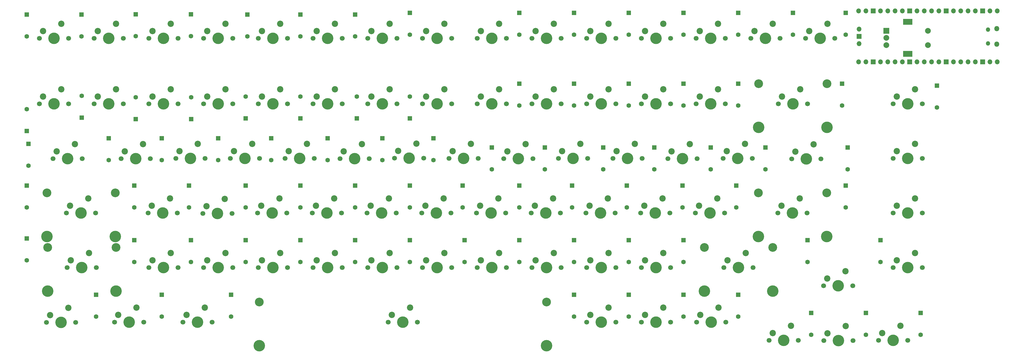
<source format=gbr>
%TF.GenerationSoftware,KiCad,Pcbnew,9.0.2*%
%TF.CreationDate,2025-07-29T21:02:51-05:00*%
%TF.ProjectId,realkeyboard,7265616c-6b65-4796-926f-6172642e6b69,rev?*%
%TF.SameCoordinates,Original*%
%TF.FileFunction,Soldermask,Top*%
%TF.FilePolarity,Negative*%
%FSLAX46Y46*%
G04 Gerber Fmt 4.6, Leading zero omitted, Abs format (unit mm)*
G04 Created by KiCad (PCBNEW 9.0.2) date 2025-07-29 21:02:51*
%MOMM*%
%LPD*%
G01*
G04 APERTURE LIST*
G04 Aperture macros list*
%AMRoundRect*
0 Rectangle with rounded corners*
0 $1 Rounding radius*
0 $2 $3 $4 $5 $6 $7 $8 $9 X,Y pos of 4 corners*
0 Add a 4 corners polygon primitive as box body*
4,1,4,$2,$3,$4,$5,$6,$7,$8,$9,$2,$3,0*
0 Add four circle primitives for the rounded corners*
1,1,$1+$1,$2,$3*
1,1,$1+$1,$4,$5*
1,1,$1+$1,$6,$7*
1,1,$1+$1,$8,$9*
0 Add four rect primitives between the rounded corners*
20,1,$1+$1,$2,$3,$4,$5,0*
20,1,$1+$1,$4,$5,$6,$7,0*
20,1,$1+$1,$6,$7,$8,$9,0*
20,1,$1+$1,$8,$9,$2,$3,0*%
G04 Aperture macros list end*
%ADD10C,1.700000*%
%ADD11C,4.000000*%
%ADD12C,2.200000*%
%ADD13C,3.050000*%
%ADD14R,2.000000X2.000000*%
%ADD15C,2.000000*%
%ADD16R,3.200000X2.000000*%
%ADD17RoundRect,0.250000X-0.550000X0.550000X-0.550000X-0.550000X0.550000X-0.550000X0.550000X0.550000X0*%
%ADD18C,1.600000*%
%ADD19RoundRect,0.250000X0.550000X-0.550000X0.550000X0.550000X-0.550000X0.550000X-0.550000X-0.550000X0*%
%ADD20O,1.800000X1.800000*%
%ADD21O,1.500000X1.500000*%
%ADD22O,1.700000X1.700000*%
%ADD23R,1.700000X1.700000*%
G04 APERTURE END LIST*
D10*
%TO.C,SW78*%
X242570000Y-143510000D03*
D11*
X247650000Y-143510000D03*
D10*
X252730000Y-143510000D03*
D12*
X250190000Y-138430000D03*
X243840000Y-140970000D03*
%TD*%
D10*
%TO.C,SW66*%
X185420000Y-124460000D03*
D11*
X190500000Y-124460000D03*
D10*
X195580000Y-124460000D03*
D12*
X193040000Y-119380000D03*
X186690000Y-121920000D03*
%TD*%
D10*
%TO.C,SW9*%
X185420000Y-44450000D03*
D11*
X190500000Y-44450000D03*
D10*
X195580000Y-44450000D03*
D12*
X193040000Y-39370000D03*
X186690000Y-41910000D03*
%TD*%
D10*
%TO.C,SW60*%
X71120000Y-124460000D03*
D11*
X76200000Y-124460000D03*
D10*
X81280000Y-124460000D03*
D12*
X78740000Y-119380000D03*
X72390000Y-121920000D03*
%TD*%
D10*
%TO.C,SW49*%
X128016000Y-105460800D03*
D11*
X133096000Y-105460800D03*
D10*
X138176000Y-105460800D03*
D12*
X135636000Y-100380800D03*
X129286000Y-102920800D03*
%TD*%
D13*
%TO.C,SW59*%
X35852000Y-117460000D03*
D11*
X35852000Y-132700000D03*
D10*
X42672000Y-124460000D03*
D11*
X47752000Y-124460000D03*
D10*
X52832000Y-124460000D03*
D13*
X59652000Y-117460000D03*
D11*
X59652000Y-132700000D03*
D12*
X50292000Y-119380000D03*
X43942000Y-121920000D03*
%TD*%
D10*
%TO.C,SW84*%
X37719000Y-86487000D03*
D11*
X42799000Y-86487000D03*
D10*
X47879000Y-86487000D03*
D12*
X45339000Y-81407000D03*
X38989000Y-83947000D03*
%TD*%
D10*
%TO.C,SW31*%
X61417200Y-86461600D03*
D11*
X66497200Y-86461600D03*
D10*
X71577200Y-86461600D03*
D12*
X69037200Y-81381600D03*
X62687200Y-83921600D03*
%TD*%
D10*
%TO.C,SW18*%
X71120000Y-67310000D03*
D11*
X76200000Y-67310000D03*
D10*
X81280000Y-67310000D03*
D12*
X78740000Y-62230000D03*
X72390000Y-64770000D03*
%TD*%
D10*
%TO.C,SW19*%
X90170000Y-67310000D03*
D11*
X95250000Y-67310000D03*
D10*
X100330000Y-67310000D03*
D12*
X97790000Y-62230000D03*
X91440000Y-64770000D03*
%TD*%
D10*
%TO.C,SW51*%
X166116000Y-105410000D03*
D11*
X171196000Y-105410000D03*
D10*
X176276000Y-105410000D03*
D12*
X173736000Y-100330000D03*
X167386000Y-102870000D03*
%TD*%
D10*
%TO.C,SW17*%
X52070000Y-67310000D03*
D11*
X57150000Y-67310000D03*
D10*
X62230000Y-67310000D03*
D12*
X59690000Y-62230000D03*
X53340000Y-64770000D03*
%TD*%
D10*
%TO.C,SW12*%
X242570000Y-44450000D03*
D11*
X247650000Y-44450000D03*
D10*
X252730000Y-44450000D03*
D12*
X250190000Y-39370000D03*
X243840000Y-41910000D03*
%TD*%
D10*
%TO.C,SW74*%
X59182000Y-143510000D03*
D11*
X64262000Y-143510000D03*
D10*
X69342000Y-143510000D03*
D12*
X66802000Y-138430000D03*
X60452000Y-140970000D03*
%TD*%
D10*
%TO.C,SW40*%
X232664000Y-86360000D03*
D11*
X237744000Y-86360000D03*
D10*
X242824000Y-86360000D03*
D12*
X240284000Y-81280000D03*
X233934000Y-83820000D03*
%TD*%
D10*
%TO.C,SW46*%
X70866000Y-105410000D03*
D11*
X75946000Y-105410000D03*
D10*
X81026000Y-105410000D03*
D12*
X78486000Y-100330000D03*
X72136000Y-102870000D03*
%TD*%
D10*
%TO.C,SW15*%
X299720000Y-44450000D03*
D11*
X304800000Y-44450000D03*
D10*
X309880000Y-44450000D03*
D12*
X307340000Y-39370000D03*
X300990000Y-41910000D03*
%TD*%
D10*
%TO.C,SW44*%
X330200000Y-86360000D03*
D11*
X335280000Y-86360000D03*
D10*
X340360000Y-86360000D03*
D12*
X337820000Y-81280000D03*
X331470000Y-83820000D03*
%TD*%
D10*
%TO.C,SW11*%
X223520000Y-44450000D03*
D11*
X228600000Y-44450000D03*
D10*
X233680000Y-44450000D03*
D12*
X231140000Y-39370000D03*
X224790000Y-41910000D03*
%TD*%
D10*
%TO.C,SW38*%
X194665600Y-86461600D03*
D11*
X199745600Y-86461600D03*
D10*
X204825600Y-86461600D03*
D12*
X202285600Y-81381600D03*
X195935600Y-83921600D03*
%TD*%
D10*
%TO.C,SW37*%
X175615600Y-86360000D03*
D11*
X180695600Y-86360000D03*
D10*
X185775600Y-86360000D03*
D12*
X183235600Y-81280000D03*
X176885600Y-83820000D03*
%TD*%
D10*
%TO.C,SW35*%
X137668000Y-86461600D03*
D11*
X142748000Y-86461600D03*
D10*
X147828000Y-86461600D03*
D12*
X145288000Y-81381600D03*
X138938000Y-83921600D03*
%TD*%
D10*
%TO.C,SW53*%
X204216000Y-105410000D03*
D11*
X209296000Y-105410000D03*
D10*
X214376000Y-105410000D03*
D12*
X211836000Y-100330000D03*
X205486000Y-102870000D03*
%TD*%
D10*
%TO.C,SW50*%
X147066000Y-105460800D03*
D11*
X152146000Y-105460800D03*
D10*
X157226000Y-105460800D03*
D12*
X154686000Y-100380800D03*
X148336000Y-102920800D03*
%TD*%
D10*
%TO.C,SW26*%
X223520000Y-67310000D03*
D11*
X228600000Y-67310000D03*
D10*
X233680000Y-67310000D03*
D12*
X231140000Y-62230000D03*
X224790000Y-64770000D03*
%TD*%
D10*
%TO.C,SW30*%
X330200000Y-67310000D03*
D11*
X335280000Y-67310000D03*
D10*
X340360000Y-67310000D03*
D12*
X337820000Y-62230000D03*
X331470000Y-64770000D03*
%TD*%
D13*
%TO.C,SW57*%
X283248000Y-98410000D03*
D11*
X283248000Y-113650000D03*
D10*
X290068000Y-105410000D03*
D11*
X295148000Y-105410000D03*
D10*
X300228000Y-105410000D03*
D13*
X307048000Y-98410000D03*
D11*
X307048000Y-113650000D03*
D12*
X297688000Y-100330000D03*
X291338000Y-102870000D03*
%TD*%
D10*
%TO.C,SW77*%
X223520000Y-143510000D03*
D11*
X228600000Y-143510000D03*
D10*
X233680000Y-143510000D03*
D12*
X231140000Y-138430000D03*
X224790000Y-140970000D03*
%TD*%
D10*
%TO.C,SW4*%
X90170000Y-44450000D03*
D11*
X95250000Y-44450000D03*
D10*
X100330000Y-44450000D03*
D12*
X97790000Y-39370000D03*
X91440000Y-41910000D03*
%TD*%
D10*
%TO.C,SW8*%
X166370000Y-44450000D03*
D11*
X171450000Y-44450000D03*
D10*
X176530000Y-44450000D03*
D12*
X173990000Y-39370000D03*
X167640000Y-41910000D03*
%TD*%
D10*
%TO.C,SW56*%
X261366000Y-105410000D03*
D11*
X266446000Y-105410000D03*
D10*
X271526000Y-105410000D03*
D12*
X268986000Y-100330000D03*
X262636000Y-102870000D03*
%TD*%
D10*
%TO.C,SW81*%
X306070000Y-149987000D03*
D11*
X311150000Y-149987000D03*
D10*
X316230000Y-149987000D03*
D12*
X313690000Y-144907000D03*
X307340000Y-147447000D03*
%TD*%
D10*
%TO.C,SW3*%
X71120000Y-44450000D03*
D11*
X76200000Y-44450000D03*
D10*
X81280000Y-44450000D03*
D12*
X78740000Y-39370000D03*
X72390000Y-41910000D03*
%TD*%
D10*
%TO.C,SW10*%
X204470000Y-44450000D03*
D11*
X209550000Y-44450000D03*
D10*
X214630000Y-44450000D03*
D12*
X212090000Y-39370000D03*
X205740000Y-41910000D03*
%TD*%
D13*
%TO.C,SW76*%
X109512000Y-136510000D03*
D11*
X109512000Y-151750000D03*
D10*
X154432000Y-143510000D03*
D11*
X159512000Y-143510000D03*
D10*
X164592000Y-143510000D03*
D13*
X209512000Y-136510000D03*
D11*
X209512000Y-151750000D03*
D12*
X162052000Y-138430000D03*
X155702000Y-140970000D03*
%TD*%
D10*
%TO.C,SW65*%
X166370000Y-124460000D03*
D11*
X171450000Y-124460000D03*
D10*
X176530000Y-124460000D03*
D12*
X173990000Y-119380000D03*
X167640000Y-121920000D03*
%TD*%
D10*
%TO.C,SW67*%
X204470000Y-124460000D03*
D11*
X209550000Y-124460000D03*
D10*
X214630000Y-124460000D03*
D12*
X212090000Y-119380000D03*
X205740000Y-121920000D03*
%TD*%
D10*
%TO.C,SW34*%
X118516400Y-86410800D03*
D11*
X123596400Y-86410800D03*
D10*
X128676400Y-86410800D03*
D12*
X126136400Y-81330800D03*
X119786400Y-83870800D03*
%TD*%
D10*
%TO.C,SW33*%
X99466400Y-86410800D03*
D11*
X104546400Y-86410800D03*
D10*
X109626400Y-86410800D03*
D12*
X107086400Y-81330800D03*
X100736400Y-83870800D03*
%TD*%
D10*
%TO.C,SW16*%
X33020000Y-67310000D03*
D11*
X38100000Y-67310000D03*
D10*
X43180000Y-67310000D03*
D12*
X40640000Y-62230000D03*
X34290000Y-64770000D03*
%TD*%
D10*
%TO.C,SW79*%
X261747000Y-143510000D03*
D11*
X266827000Y-143510000D03*
D10*
X271907000Y-143510000D03*
D12*
X269367000Y-138430000D03*
X263017000Y-140970000D03*
%TD*%
D10*
%TO.C,SW54*%
X223266000Y-105410000D03*
D11*
X228346000Y-105410000D03*
D10*
X233426000Y-105410000D03*
D12*
X230886000Y-100330000D03*
X224536000Y-102870000D03*
%TD*%
D13*
%TO.C,SW70*%
X264452000Y-117460000D03*
D11*
X264452000Y-132700000D03*
D10*
X271272000Y-124460000D03*
D11*
X276352000Y-124460000D03*
D10*
X281432000Y-124460000D03*
D13*
X288252000Y-117460000D03*
D11*
X288252000Y-132700000D03*
D12*
X278892000Y-119380000D03*
X272542000Y-121920000D03*
%TD*%
D10*
%TO.C,SW1*%
X33020000Y-44450000D03*
D11*
X38100000Y-44450000D03*
D10*
X43180000Y-44450000D03*
D12*
X40640000Y-39370000D03*
X34290000Y-41910000D03*
%TD*%
D10*
%TO.C,SW32*%
X80518000Y-86410800D03*
D11*
X85598000Y-86410800D03*
D10*
X90678000Y-86410800D03*
D12*
X88138000Y-81330800D03*
X81788000Y-83870800D03*
%TD*%
D10*
%TO.C,SW20*%
X109220000Y-67310000D03*
D11*
X114300000Y-67310000D03*
D10*
X119380000Y-67310000D03*
D12*
X116840000Y-62230000D03*
X110490000Y-64770000D03*
%TD*%
D10*
%TO.C,SW7*%
X147320000Y-44450000D03*
D11*
X152400000Y-44450000D03*
D10*
X157480000Y-44450000D03*
D12*
X154940000Y-39370000D03*
X148590000Y-41910000D03*
%TD*%
D10*
%TO.C,SW52*%
X185166000Y-105460800D03*
D11*
X190246000Y-105460800D03*
D10*
X195326000Y-105460800D03*
D12*
X192786000Y-100380800D03*
X186436000Y-102920800D03*
%TD*%
D10*
%TO.C,SW55*%
X242316000Y-105410000D03*
D11*
X247396000Y-105410000D03*
D10*
X252476000Y-105410000D03*
D12*
X249936000Y-100330000D03*
X243586000Y-102870000D03*
%TD*%
D10*
%TO.C,SW80*%
X287020000Y-149860000D03*
D11*
X292100000Y-149860000D03*
D10*
X297180000Y-149860000D03*
D12*
X294640000Y-144780000D03*
X288290000Y-147320000D03*
%TD*%
D10*
%TO.C,SW71*%
X305943000Y-130810000D03*
D11*
X311023000Y-130810000D03*
D10*
X316103000Y-130810000D03*
D12*
X313563000Y-125730000D03*
X307213000Y-128270000D03*
%TD*%
D10*
%TO.C,SW75*%
X82931000Y-143510000D03*
D11*
X88011000Y-143510000D03*
D10*
X93091000Y-143510000D03*
D12*
X90551000Y-138430000D03*
X84201000Y-140970000D03*
%TD*%
D10*
%TO.C,SW6*%
X128270000Y-44450000D03*
D11*
X133350000Y-44450000D03*
D10*
X138430000Y-44450000D03*
D12*
X135890000Y-39370000D03*
X129540000Y-41910000D03*
%TD*%
D10*
%TO.C,SW24*%
X185420000Y-67310000D03*
D11*
X190500000Y-67310000D03*
D10*
X195580000Y-67310000D03*
D12*
X193040000Y-62230000D03*
X186690000Y-64770000D03*
%TD*%
D10*
%TO.C,SW42*%
X270967200Y-86410800D03*
D11*
X276047200Y-86410800D03*
D10*
X281127200Y-86410800D03*
D12*
X278587200Y-81330800D03*
X272237200Y-83870800D03*
%TD*%
D10*
%TO.C,SW27*%
X242570000Y-67310000D03*
D11*
X247650000Y-67310000D03*
D10*
X252730000Y-67310000D03*
D12*
X250190000Y-62230000D03*
X243840000Y-64770000D03*
%TD*%
D10*
%TO.C,SW5*%
X109220000Y-44450000D03*
D11*
X114300000Y-44450000D03*
D10*
X119380000Y-44450000D03*
D12*
X116840000Y-39370000D03*
X110490000Y-41910000D03*
%TD*%
D10*
%TO.C,SW36*%
X156616400Y-86309200D03*
D11*
X161696400Y-86309200D03*
D10*
X166776400Y-86309200D03*
D12*
X164236400Y-81229200D03*
X157886400Y-83769200D03*
%TD*%
D10*
%TO.C,SW25*%
X204470000Y-67310000D03*
D11*
X209550000Y-67310000D03*
D10*
X214630000Y-67310000D03*
D12*
X212090000Y-62230000D03*
X205740000Y-64770000D03*
%TD*%
D10*
%TO.C,SW41*%
X251764800Y-86461600D03*
D11*
X256844800Y-86461600D03*
D10*
X261924800Y-86461600D03*
D12*
X259384800Y-81381600D03*
X253034800Y-83921600D03*
%TD*%
D10*
%TO.C,SW58*%
X330200000Y-105410000D03*
D11*
X335280000Y-105410000D03*
D10*
X340360000Y-105410000D03*
D12*
X337820000Y-100330000D03*
X331470000Y-102870000D03*
%TD*%
D10*
%TO.C,SW39*%
X213715600Y-86410800D03*
D11*
X218795600Y-86410800D03*
D10*
X223875600Y-86410800D03*
D12*
X221335600Y-81330800D03*
X214985600Y-83870800D03*
%TD*%
D10*
%TO.C,SW22*%
X147320000Y-67310000D03*
D11*
X152400000Y-67310000D03*
D10*
X157480000Y-67310000D03*
D12*
X154940000Y-62230000D03*
X148590000Y-64770000D03*
%TD*%
D10*
%TO.C,SW48*%
X108966000Y-105460800D03*
D11*
X114046000Y-105460800D03*
D10*
X119126000Y-105460800D03*
D12*
X116586000Y-100380800D03*
X110236000Y-102920800D03*
%TD*%
D10*
%TO.C,SW21*%
X128270000Y-67310000D03*
D11*
X133350000Y-67310000D03*
D10*
X138430000Y-67310000D03*
D12*
X135890000Y-62230000D03*
X129540000Y-64770000D03*
%TD*%
D10*
%TO.C,SW14*%
X280670000Y-44450000D03*
D11*
X285750000Y-44450000D03*
D10*
X290830000Y-44450000D03*
D12*
X288290000Y-39370000D03*
X281940000Y-41910000D03*
%TD*%
D10*
%TO.C,SW68*%
X223520000Y-124460000D03*
D11*
X228600000Y-124460000D03*
D10*
X233680000Y-124460000D03*
D12*
X231140000Y-119380000D03*
X224790000Y-121920000D03*
%TD*%
D14*
%TO.C,SW83*%
X327780000Y-41835000D03*
D15*
X327780000Y-46835000D03*
X327780000Y-44335000D03*
D16*
X335280000Y-38735000D03*
X335280000Y-49935000D03*
D15*
X342280000Y-46835000D03*
X342280000Y-41835000D03*
%TD*%
D10*
%TO.C,SW69*%
X242570000Y-124460000D03*
D11*
X247650000Y-124460000D03*
D10*
X252730000Y-124460000D03*
D12*
X250190000Y-119380000D03*
X243840000Y-121920000D03*
%TD*%
D10*
%TO.C,SW82*%
X325120000Y-149860000D03*
D11*
X330200000Y-149860000D03*
D10*
X335280000Y-149860000D03*
D12*
X332740000Y-144780000D03*
X326390000Y-147320000D03*
%TD*%
D10*
%TO.C,SW72*%
X330200000Y-124460000D03*
D11*
X335280000Y-124460000D03*
D10*
X340360000Y-124460000D03*
D12*
X337820000Y-119380000D03*
X331470000Y-121920000D03*
%TD*%
D10*
%TO.C,SW13*%
X261620000Y-44450000D03*
D11*
X266700000Y-44450000D03*
D10*
X271780000Y-44450000D03*
D12*
X269240000Y-39370000D03*
X262890000Y-41910000D03*
%TD*%
D13*
%TO.C,SW29*%
X283375000Y-60341500D03*
D11*
X283375000Y-75581500D03*
D10*
X290195000Y-67341500D03*
D11*
X295275000Y-67341500D03*
D10*
X300355000Y-67341500D03*
D13*
X307175000Y-60341500D03*
D11*
X307175000Y-75581500D03*
D12*
X297815000Y-62261500D03*
X291465000Y-64801500D03*
%TD*%
D13*
%TO.C,SW45*%
X35598000Y-98410000D03*
D11*
X35598000Y-113650000D03*
D10*
X42418000Y-105410000D03*
D11*
X47498000Y-105410000D03*
D10*
X52578000Y-105410000D03*
D13*
X59398000Y-98410000D03*
D11*
X59398000Y-113650000D03*
D12*
X50038000Y-100330000D03*
X43688000Y-102870000D03*
%TD*%
D10*
%TO.C,SW62*%
X109220000Y-124460000D03*
D11*
X114300000Y-124460000D03*
D10*
X119380000Y-124460000D03*
D12*
X116840000Y-119380000D03*
X110490000Y-121920000D03*
%TD*%
D10*
%TO.C,SW61*%
X90170000Y-124460000D03*
D11*
X95250000Y-124460000D03*
D10*
X100330000Y-124460000D03*
D12*
X97790000Y-119380000D03*
X91440000Y-121920000D03*
%TD*%
D10*
%TO.C,SW63*%
X128270000Y-124460000D03*
D11*
X133350000Y-124460000D03*
D10*
X138430000Y-124460000D03*
D12*
X135890000Y-119380000D03*
X129540000Y-121920000D03*
%TD*%
D10*
%TO.C,SW2*%
X52070000Y-44450000D03*
D11*
X57150000Y-44450000D03*
D10*
X62230000Y-44450000D03*
D12*
X59690000Y-39370000D03*
X53340000Y-41910000D03*
%TD*%
D10*
%TO.C,SW28*%
X261620000Y-67310000D03*
D11*
X266700000Y-67310000D03*
D10*
X271780000Y-67310000D03*
D12*
X269240000Y-62230000D03*
X262890000Y-64770000D03*
%TD*%
D10*
%TO.C,SW64*%
X147320000Y-124460000D03*
D11*
X152400000Y-124460000D03*
D10*
X157480000Y-124460000D03*
D12*
X154940000Y-119380000D03*
X148590000Y-121920000D03*
%TD*%
D10*
%TO.C,SW43*%
X294894000Y-86512400D03*
D11*
X299974000Y-86512400D03*
D10*
X305054000Y-86512400D03*
D12*
X302514000Y-81432400D03*
X296164000Y-83972400D03*
%TD*%
D10*
%TO.C,SW73*%
X35433000Y-143637000D03*
D11*
X40513000Y-143637000D03*
D10*
X45593000Y-143637000D03*
D12*
X43053000Y-138557000D03*
X36703000Y-141097000D03*
%TD*%
D10*
%TO.C,SW47*%
X89916000Y-105562400D03*
D11*
X94996000Y-105562400D03*
D10*
X100076000Y-105562400D03*
D12*
X97536000Y-100482400D03*
X91186000Y-103022400D03*
%TD*%
D10*
%TO.C,SW23*%
X166370000Y-67310000D03*
D11*
X171450000Y-67310000D03*
D10*
X176530000Y-67310000D03*
D12*
X173990000Y-62230000D03*
X167640000Y-64770000D03*
%TD*%
D17*
%TO.C,D61*%
X85725000Y-114935000D03*
D18*
X85725000Y-122555000D03*
%TD*%
D17*
%TO.C,D82*%
X339725000Y-140335000D03*
D18*
X339725000Y-147955000D03*
%TD*%
D17*
%TO.C,D3*%
X66548000Y-36068000D03*
D18*
X66548000Y-43688000D03*
%TD*%
D17*
%TO.C,D25*%
X219075000Y-60325000D03*
D18*
X219075000Y-67945000D03*
%TD*%
D17*
%TO.C,D14*%
X295275000Y-35560000D03*
D18*
X295275000Y-43180000D03*
%TD*%
D17*
%TO.C,D70*%
X257175000Y-114935000D03*
D18*
X257175000Y-122555000D03*
%TD*%
D19*
%TO.C,D17*%
X47752000Y-72136000D03*
D18*
X47752000Y-64516000D03*
%TD*%
D17*
%TO.C,D6*%
X123825000Y-36195000D03*
D18*
X123825000Y-43815000D03*
%TD*%
D17*
%TO.C,D31*%
X57150000Y-79375000D03*
D18*
X57150000Y-86995000D03*
%TD*%
D17*
%TO.C,D34*%
X113665000Y-79375000D03*
D18*
X113665000Y-86995000D03*
%TD*%
D17*
%TO.C,D68*%
X219075000Y-114935000D03*
D18*
X219075000Y-122555000D03*
%TD*%
D19*
%TO.C,D23*%
X161925000Y-72390000D03*
D18*
X161925000Y-64770000D03*
%TD*%
D17*
%TO.C,D41*%
X247015000Y-82550000D03*
D18*
X247015000Y-90170000D03*
%TD*%
D17*
%TO.C,D72*%
X325755000Y-114935000D03*
D18*
X325755000Y-122555000D03*
%TD*%
D17*
%TO.C,D28*%
X276225000Y-60325000D03*
D18*
X276225000Y-67945000D03*
%TD*%
D17*
%TO.C,D55*%
X237490000Y-95885000D03*
D18*
X237490000Y-103505000D03*
%TD*%
D17*
%TO.C,D54*%
X218440000Y-95885000D03*
D18*
X218440000Y-103505000D03*
%TD*%
D17*
%TO.C,D26*%
X238125000Y-60325000D03*
D18*
X238125000Y-67945000D03*
%TD*%
D17*
%TO.C,D49*%
X123825000Y-95885000D03*
D18*
X123825000Y-103505000D03*
%TD*%
D17*
%TO.C,D4*%
X85725000Y-36068000D03*
D18*
X85725000Y-43688000D03*
%TD*%
D17*
%TO.C,D42*%
X266700000Y-82550000D03*
D18*
X266700000Y-90170000D03*
%TD*%
D17*
%TO.C,D11*%
X238125000Y-35560000D03*
D18*
X238125000Y-43180000D03*
%TD*%
D17*
%TO.C,D30*%
X345440000Y-60960000D03*
D18*
X345440000Y-68580000D03*
%TD*%
D17*
%TO.C,D65*%
X161925000Y-114935000D03*
D18*
X161925000Y-122555000D03*
%TD*%
D19*
%TO.C,D22*%
X143510000Y-72390000D03*
D18*
X143510000Y-64770000D03*
%TD*%
D17*
%TO.C,D40*%
X229235000Y-82550000D03*
D18*
X229235000Y-90170000D03*
%TD*%
D17*
%TO.C,D69*%
X238125000Y-114935000D03*
D18*
X238125000Y-122555000D03*
%TD*%
D17*
%TO.C,D60*%
X66040000Y-114935000D03*
D18*
X66040000Y-122555000D03*
%TD*%
D17*
%TO.C,D10*%
X219075000Y-35560000D03*
D18*
X219075000Y-43180000D03*
%TD*%
D17*
%TO.C,D13*%
X276225000Y-35560000D03*
D18*
X276225000Y-43180000D03*
%TD*%
D17*
%TO.C,D64*%
X142875000Y-114935000D03*
D18*
X142875000Y-122555000D03*
%TD*%
D17*
%TO.C,D52*%
X180340000Y-95885000D03*
D18*
X180340000Y-103505000D03*
%TD*%
D17*
%TO.C,D77*%
X238125000Y-133985000D03*
D18*
X238125000Y-141605000D03*
%TD*%
D17*
%TO.C,D15*%
X313690000Y-35560000D03*
D18*
X313690000Y-43180000D03*
%TD*%
D17*
%TO.C,D53*%
X200025000Y-95885000D03*
D18*
X200025000Y-103505000D03*
%TD*%
D17*
%TO.C,D80*%
X301625000Y-140335000D03*
D18*
X301625000Y-147955000D03*
%TD*%
D17*
%TO.C,D9*%
X200025000Y-35560000D03*
D18*
X200025000Y-43180000D03*
%TD*%
D17*
%TO.C,D78*%
X257175000Y-133985000D03*
D18*
X257175000Y-141605000D03*
%TD*%
D17*
%TO.C,D59*%
X28575000Y-114300000D03*
D18*
X28575000Y-121920000D03*
%TD*%
D17*
%TO.C,D81*%
X320675000Y-140335000D03*
D18*
X320675000Y-147955000D03*
%TD*%
D17*
%TO.C,D33*%
X95250000Y-79375000D03*
D18*
X95250000Y-86995000D03*
%TD*%
D17*
%TO.C,D35*%
X133350000Y-79375000D03*
D18*
X133350000Y-86995000D03*
%TD*%
D17*
%TO.C,D2*%
X47625000Y-36195000D03*
D18*
X47625000Y-43815000D03*
%TD*%
D20*
%TO.C,A1*%
X366265000Y-46540000D03*
D21*
X363235000Y-46240000D03*
X363235000Y-41390000D03*
D20*
X366265000Y-41090000D03*
D22*
X366395000Y-52705000D03*
X363855000Y-52705000D03*
D23*
X361315000Y-52705000D03*
D22*
X358775000Y-52705000D03*
X356235000Y-52705000D03*
X353695000Y-52705000D03*
X351155000Y-52705000D03*
D23*
X348615000Y-52705000D03*
D22*
X346075000Y-52705000D03*
X343535000Y-52705000D03*
X340995000Y-52705000D03*
X338455000Y-52705000D03*
D23*
X335915000Y-52705000D03*
D22*
X333375000Y-52705000D03*
X330835000Y-52705000D03*
X328295000Y-52705000D03*
X325755000Y-52705000D03*
D23*
X323215000Y-52705000D03*
D22*
X320675000Y-52705000D03*
X318135000Y-52705000D03*
X318135000Y-34925000D03*
X320675000Y-34925000D03*
D23*
X323215000Y-34925000D03*
D22*
X325755000Y-34925000D03*
X328295000Y-34925000D03*
X330835000Y-34925000D03*
X333375000Y-34925000D03*
D23*
X335915000Y-34925000D03*
D22*
X338455000Y-34925000D03*
X340995000Y-34925000D03*
X343535000Y-34925000D03*
X346075000Y-34925000D03*
D23*
X348615000Y-34925000D03*
D22*
X351155000Y-34925000D03*
X353695000Y-34925000D03*
X356235000Y-34925000D03*
X358775000Y-34925000D03*
D23*
X361315000Y-34925000D03*
D22*
X363855000Y-34925000D03*
X366395000Y-34925000D03*
X318365000Y-46355000D03*
D23*
X318365000Y-43815000D03*
D22*
X318365000Y-41275000D03*
%TD*%
D17*
%TO.C,D66*%
X180975000Y-114935000D03*
D18*
X180975000Y-122555000D03*
%TD*%
D17*
%TO.C,D71*%
X300355000Y-114935000D03*
D18*
X300355000Y-122555000D03*
%TD*%
D17*
%TO.C,D57*%
X275590000Y-95885000D03*
D18*
X275590000Y-103505000D03*
%TD*%
D17*
%TO.C,D56*%
X256844800Y-95885000D03*
D18*
X256844800Y-103505000D03*
%TD*%
D17*
%TO.C,D46*%
X66040000Y-95885000D03*
D18*
X66040000Y-103505000D03*
%TD*%
D17*
%TO.C,D79*%
X276225000Y-133985000D03*
D18*
X276225000Y-141605000D03*
%TD*%
D17*
%TO.C,D32*%
X75565000Y-79375000D03*
D18*
X75565000Y-86995000D03*
%TD*%
D17*
%TO.C,D45*%
X28575000Y-95885000D03*
D18*
X28575000Y-103505000D03*
%TD*%
D17*
%TO.C,D39*%
X208915000Y-82550000D03*
D18*
X208915000Y-90170000D03*
%TD*%
D17*
%TO.C,D75*%
X99695000Y-133985000D03*
D18*
X99695000Y-141605000D03*
%TD*%
D17*
%TO.C,D5*%
X105410000Y-36195000D03*
D18*
X105410000Y-43815000D03*
%TD*%
D17*
%TO.C,D63*%
X123825000Y-114935000D03*
D18*
X123825000Y-122555000D03*
%TD*%
D17*
%TO.C,D48*%
X104775000Y-95885000D03*
D18*
X104775000Y-103505000D03*
%TD*%
D19*
%TO.C,D16*%
X28575000Y-76835000D03*
D18*
X28575000Y-69215000D03*
%TD*%
D17*
%TO.C,D43*%
X285750000Y-82550000D03*
D18*
X285750000Y-90170000D03*
%TD*%
D17*
%TO.C,D58*%
X313690000Y-95885000D03*
D18*
X313690000Y-103505000D03*
%TD*%
D17*
%TO.C,D51*%
X161925000Y-95885000D03*
D18*
X161925000Y-103505000D03*
%TD*%
D19*
%TO.C,D20*%
X104775000Y-72390000D03*
D18*
X104775000Y-64770000D03*
%TD*%
D17*
%TO.C,D1*%
X28575000Y-36195000D03*
D18*
X28575000Y-43815000D03*
%TD*%
D17*
%TO.C,D7*%
X142875000Y-36195000D03*
D18*
X142875000Y-43815000D03*
%TD*%
D17*
%TO.C,D8*%
X161925000Y-35560000D03*
D18*
X161925000Y-43180000D03*
%TD*%
D17*
%TO.C,D27*%
X257175000Y-60325000D03*
D18*
X257175000Y-67945000D03*
%TD*%
D17*
%TO.C,D29*%
X312420000Y-60325000D03*
D18*
X312420000Y-67945000D03*
%TD*%
D17*
%TO.C,D67*%
X200025000Y-114935000D03*
D18*
X200025000Y-122555000D03*
%TD*%
D17*
%TO.C,D76*%
X219075000Y-133985000D03*
D18*
X219075000Y-141605000D03*
%TD*%
D17*
%TO.C,D37*%
X170180000Y-79375000D03*
D18*
X170180000Y-86995000D03*
%TD*%
D17*
%TO.C,D38*%
X190500000Y-82550000D03*
D18*
X190500000Y-90170000D03*
%TD*%
D17*
%TO.C,D24*%
X200025000Y-60325000D03*
D18*
X200025000Y-67945000D03*
%TD*%
D19*
%TO.C,D19*%
X85852000Y-72644000D03*
D18*
X85852000Y-65024000D03*
%TD*%
D17*
%TO.C,D44*%
X314325000Y-82550000D03*
D18*
X314325000Y-90170000D03*
%TD*%
D17*
%TO.C,D83*%
X29210000Y-81280000D03*
D18*
X29210000Y-88900000D03*
%TD*%
D17*
%TO.C,D50*%
X142875000Y-95885000D03*
D18*
X142875000Y-103505000D03*
%TD*%
D17*
%TO.C,D47*%
X85090000Y-95885000D03*
D18*
X85090000Y-103505000D03*
%TD*%
D17*
%TO.C,D73*%
X52705000Y-133985000D03*
D18*
X52705000Y-141605000D03*
%TD*%
D17*
%TO.C,D12*%
X257175000Y-35560000D03*
D18*
X257175000Y-43180000D03*
%TD*%
D17*
%TO.C,D62*%
X104775000Y-114935000D03*
D18*
X104775000Y-122555000D03*
%TD*%
D19*
%TO.C,D21*%
X123825000Y-72390000D03*
D18*
X123825000Y-64770000D03*
%TD*%
D17*
%TO.C,D36*%
X152400000Y-79375000D03*
D18*
X152400000Y-86995000D03*
%TD*%
D17*
%TO.C,D74*%
X75565000Y-133985000D03*
D18*
X75565000Y-141605000D03*
%TD*%
D19*
%TO.C,D18*%
X66548000Y-72644000D03*
D18*
X66548000Y-65024000D03*
%TD*%
M02*

</source>
